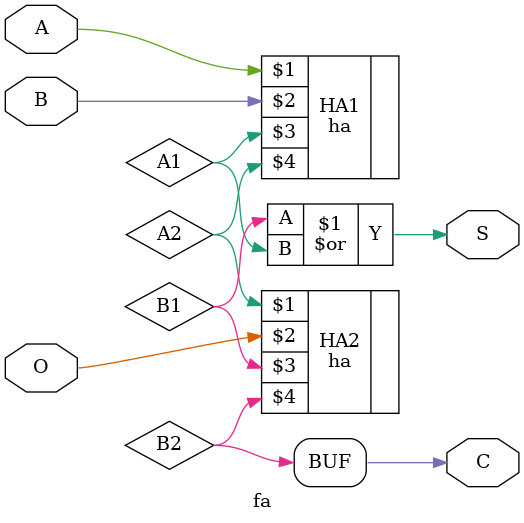
<source format=v>
module fa( input A,input B,input O,output S,output C);

wire A1,A2,B1,B2;
ha HA1(A,B,A1,A2);


ha HA2(A2,O,B1,B2);

assign S= B1 | A1 ;
assign C=B2;

endmodule
</source>
